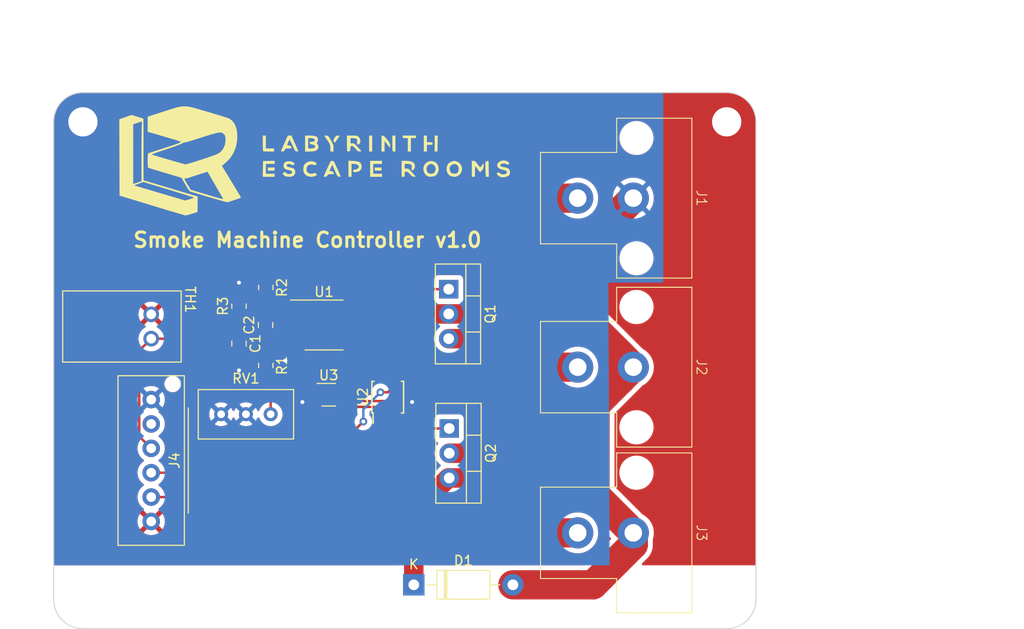
<source format=kicad_pcb>
(kicad_pcb (version 20221018) (generator pcbnew)
  (layers (0 "F.Cu" signal) (31 "B.Cu" signal) (34 "B.Paste" user) (35 "F.Paste" user) (36 "B.SilkS" user "B.Silkscreen") (37 "F.SilkS" user "F.Silkscreen") (38 "B.Mask" user) (39 "F.Mask" user) (44 "Edge.Cuts" user))
  (net 0 "")
  (net 1 "12V")
  (net 2 "GND")
  (net 3 "Net-(J2-Pin_1)")
  (net 4 "Net-(D1-K)")
  (net 5 "Net-(Q1-G)")
  (net 6 "Net-(Q2-G)")
  (net 7 "REF")
  (net 8 "Net-(R1-Pad2)")
  (net 9 "5V")
  (net 10 "Net-(U1A--)")
  (net 12 "Net-(U1-Pad1)")
  (net 13 "EE")
  (net 14 "Net-(U2-Pad5)")
  (net 15 "ME")
  (footprint "Package_SO:SOIC-8_3.9x4.9mm_P1.27mm" (layer "F.Cu") (at 62.725 58.845)
    (fp_text reference "U1" (at 0 -3.4) (layer "F.SilkS"))
    (fp_text value "LM393")
    (pad "1" smd roundrect (at -2.475 -1.905) (size 1.95 0.6) (layers "F.Cu" "F.Paste" "F.Mask") (net 12 "Net-(U1-Pad1)"))
    (pad "2" smd roundrect (at -2.475 -0.635) (size 1.95 0.6) (layers "F.Cu" "F.Paste" "F.Mask") (net 10 "Net-(U1A--)"))
    (pad "3" smd roundrect (at -2.475 0.635) (size 1.95 0.6) (layers "F.Cu" "F.Paste" "F.Mask") (net 7 "REF"))
    (pad "4" smd roundrect (at -2.475 1.905) (size 1.95 0.6) (layers "F.Cu" "F.Paste" "F.Mask") (net 2 "GND"))
    (pad "5" smd roundrect (at 2.475 1.905) (size 1.95 0.6) (layers "F.Cu" "F.Paste" "F.Mask"))
    (pad "6" smd roundrect (at 2.475 0.635) (size 1.95 0.6) (layers "F.Cu" "F.Paste" "F.Mask"))
    (pad "7" smd roundrect (at 2.475 -0.635) (size 1.95 0.6) (layers "F.Cu" "F.Paste" "F.Mask"))
    (pad "8" smd roundrect (at 2.475 -1.905) (size 1.95 0.6) (layers "F.Cu" "F.Paste" "F.Mask") (net 9 "5V"))
  )
  (footprint "footprint:mounting_hole_3mm" (layer "F.Cu") (at 104 87)
    (fp_text reference "REF**" hide)
    (fp_text value "mounting_hole_3mm")
    (pad "" np_thru_hole circle (at 0 0) (size 3 3) (drill 3) (layers "*.Cu" "*.Mask"))
  )
  (footprint "Package_TO_SOT_THT:TO-220-3_Vertical" (layer "F.Cu") (at 75.555 69.46 -90)
    (fp_text reference "Q2" (at 2.54 -4.27 90) (layer "F.SilkS"))
    (fp_text value "G30N02T")
    (pad "1" thru_hole rect (at 0 0 270) (size 1.905 2) (drill 1.1) (layers "*.Cu" "*.Mask") (net 6 "Net-(Q2-G)"))
    (pad "2" thru_hole oval (at 2.54 0 270) (size 1.905 2) (drill 1.1) (layers "*.Cu" "*.Mask") (net 1 "12V"))
    (pad "3" thru_hole oval (at 5.08 0 270) (size 1.905 2) (drill 1.1) (layers "*.Cu" "*.Mask") (net 4 "Net-(D1-K)"))
  )
  (footprint "footprint:logo" (layer "F.Cu") (at 63 42)
    (fp_text reference "G***" hide)
    (fp_text value "LOGO" hide)
  )
  (footprint "footprint:mega-fit-1x2" (layer "F.Cu") (at 94.425 63.17 -90)
    (fp_text reference "J2" (at 0 -7 -90 unlocked) (layer "F.SilkS") (effects (font (thickness 0.1))))
    (fp_text value "Conn_01x02")
    (pad "" np_thru_hole circle (at -6.17 -0.325 270) (size 3 3) (drill 3) (layers "F&B.Cu" "*.Mask"))
    (pad "" np_thru_hole circle (at 6.17 -0.325 270) (size 3 3) (drill 3) (layers "F&B.Cu" "*.Mask"))
    (pad "1" thru_hole circle (at 0 5.7 270) (size 3.2 3.2) (drill 1.8) (layers "*.Cu" "*.Mask") (net 3 "Net-(J2-Pin_1)"))
    (pad "2" thru_hole circle (at 0 0 270) (size 3.2 3.2) (drill 1.8) (layers "*.Cu" "*.Mask") (net 2 "GND"))
  )
  (footprint "footprint:mega-fit-1x2" (layer "F.Cu") (at 94.425 80.17 -90)
    (fp_text reference "J3" (at 0 -7 -90 unlocked) (layer "F.SilkS") (effects (font (thickness 0.1))))
    (fp_text value "Conn_01x02")
    (pad "" np_thru_hole circle (at -6.17 -0.325 270) (size 3 3) (drill 3) (layers "F&B.Cu" "*.Mask"))
    (pad "" np_thru_hole circle (at 6.17 -0.325 270) (size 3 3) (drill 3) (layers "F&B.Cu" "*.Mask"))
    (pad "1" thru_hole circle (at 0 5.7 270) (size 3.2 3.2) (drill 1.8) (layers "*.Cu" "*.Mask") (net 4 "Net-(D1-K)"))
    (pad "2" thru_hole circle (at 0 0 270) (size 3.2 3.2) (drill 1.8) (layers "*.Cu" "*.Mask") (net 2 "GND"))
  )
  (footprint "footprint:mega-fit-1x2" (layer "F.Cu") (at 94.425 45.83 -90)
    (fp_text reference "J1" (at 0 -7 -90 unlocked) (layer "F.SilkS") (effects (font (thickness 0.1))))
    (fp_text value "Barrel_Jack")
    (pad "" np_thru_hole circle (at -6.17 -0.325 270) (size 3 3) (drill 3) (layers "F&B.Cu" "*.Mask"))
    (pad "" np_thru_hole circle (at 6.17 -0.325 270) (size 3 3) (drill 3) (layers "F&B.Cu" "*.Mask"))
    (pad "1" thru_hole circle (at 0 5.7 270) (size 3.2 3.2) (drill 1.8) (layers "*.Cu" "*.Mask") (net 1 "12V"))
    (pad "2" thru_hole circle (at 0 0 270) (size 3.2 3.2) (drill 1.8) (layers "*.Cu" "*.Mask") (net 2 "GND"))
  )
  (footprint "footprint:mini-lock-2x1" (layer "F.Cu") (at 45 59 -90)
    (fp_text reference "TH1" (at -2.75 -4 -90 unlocked) (layer "F.SilkS"))
    (fp_text value "1k->2.2k")
    (pad "1" thru_hole circle (at -1.25 0 270) (size 1.6 1.6) (drill 1) (layers "*.Cu" "*.Mask") (net 9 "5V"))
    (pad "2" thru_hole circle (at 1.25 0 270) (size 1.6 1.6) (drill 1) (layers "*.Cu" "*.Mask") (net 7 "REF"))
  )
  (footprint "Package_TO_SOT_THT:TO-220-3_Vertical" (layer "F.Cu") (at 75.5 55.17 -90)
    (fp_text reference "Q1" (at 2.54 -4.27 90) (layer "F.SilkS"))
    (fp_text value "G30N02T")
    (pad "1" thru_hole rect (at 0 0 270) (size 1.905 2) (drill 1.1) (layers "*.Cu" "*.Mask") (net 5 "Net-(Q1-G)"))
    (pad "2" thru_hole oval (at 2.54 0 270) (size 1.905 2) (drill 1.1) (layers "*.Cu" "*.Mask") (net 1 "12V"))
    (pad "3" thru_hole oval (at 5.08 0 270) (size 1.905 2) (drill 1.1) (layers "*.Cu" "*.Mask") (net 3 "Net-(J2-Pin_1)"))
  )
  (footprint "Resistor_SMD:R_0805_2012Metric" (layer "F.Cu") (at 54 56.9125 90)
    (fp_text reference "R3" (at 0 -1.65 90) (layer "F.SilkS"))
    (fp_text value "1k")
    (pad "1" smd roundrect (at -0.9125 0 90) (size 1.025 1.4) (layers "F.Cu" "F.Paste" "F.Mask") (roundrect_rratio 0.243902) (net 10 "Net-(U1A--)"))
    (pad "2" smd roundrect (at 0.9125 0 90) (size 1.025 1.4) (layers "F.Cu" "F.Paste" "F.Mask") (roundrect_rratio 0.243902) (net 2 "GND"))
  )
  (footprint "Package_SO:TSSOP-8_3x3mm_P0.65mm" (layer "F.Cu") (at 69.25 66.25 90)
    (fp_text reference "U2" (at 0 -2.55 90) (layer "F.SilkS"))
    (fp_text value "74HCT2G08DP,125")
    (pad "1" smd rect (at -2.15 -0.975 90) (size 1.1 0.4) (layers "F.Cu" "F.Paste" "F.Mask") (net 12 "Net-(U1-Pad1)"))
    (pad "2" smd rect (at -2.15 -0.325 90) (size 1.1 0.4) (layers "F.Cu" "F.Paste" "F.Mask") (net 13 "EE"))
    (pad "3" smd rect (at -2.15 0.325 90) (size 1.1 0.4) (layers "F.Cu" "F.Paste" "F.Mask") (net 6 "Net-(Q2-G)"))
    (pad "4" smd rect (at -2.15 0.975 90) (size 1.1 0.4) (layers "F.Cu" "F.Paste" "F.Mask") (net 2 "GND"))
    (pad "5" smd rect (at 2.15 0.975 90) (size 1.1 0.4) (layers "F.Cu" "F.Paste" "F.Mask") (net 14 "Net-(U2-Pad5)"))
    (pad "6" smd rect (at 2.15 0.325 90) (size 1.1 0.4) (layers "F.Cu" "F.Paste" "F.Mask") (net 15 "ME"))
    (pad "7" smd rect (at 2.15 -0.325 90) (size 1.1 0.4) (layers "F.Cu" "F.Paste" "F.Mask") (net 5 "Net-(Q1-G)"))
    (pad "8" smd rect (at 2.15 -0.975 90) (size 1.1 0.4) (layers "F.Cu" "F.Paste" "F.Mask") (net 9 "5V"))
  )
  (footprint "Capacitor_SMD:C_0805_2012Metric" (layer "F.Cu") (at 56.725 58.845 90)
    (fp_text reference "C2" (at 0 -1.68 90) (layer "F.SilkS"))
    (fp_text value "0.1u")
    (pad "1" smd roundrect (at -0.95 0 90) (size 1 1.45) (layers "F.Cu" "F.Paste" "F.Mask") (net 7 "REF"))
    (pad "2" smd roundrect (at 0.95 0 90) (size 1 1.45) (layers "F.Cu" "F.Paste" "F.Mask") (net 10 "Net-(U1A--)"))
  )
  (footprint "Resistor_SMD:R_0805_2012Metric" (layer "F.Cu") (at 56.75 63 -90)
    (fp_text reference "R1" (at 0 -1.65 90) (layer "F.SilkS"))
    (fp_text value "1.1k")
    (pad "1" smd roundrect (at -0.9125 0 270) (size 1.025 1.4) (layers "F.Cu" "F.Paste" "F.Mask") (roundrect_rratio 0.243902) (net 7 "REF"))
    (pad "2" smd roundrect (at 0.9125 0 270) (size 1.025 1.4) (layers "F.Cu" "F.Paste" "F.Mask") (roundrect_rratio 0.243902) (net 8 "Net-(R1-Pad2)"))
  )
  (footprint "footprint:mounting_hole_3mm" (layer "F.Cu") (at 38 87)
    (fp_text reference "REF**" hide)
    (fp_text value "mounting_hole_3mm")
    (pad "" np_thru_hole circle (at 0 0) (size 3 3) (drill 3) (layers "F&B.Cu" "*.Mask"))
  )
  (footprint "footprint:mounting_hole_3mm" (layer "F.Cu") (at 38 38)
    (fp_text reference "REF**" hide)
    (fp_text value "mounting_hole_3mm")
    (pad "" np_thru_hole circle (at 0 0) (size 3 3) (drill 3) (layers "*.Cu" "*.Mask"))
  )
  (footprint "Capacitor_SMD:C_0805_2012Metric" (layer "F.Cu") (at 54 60.75 -90)
    (fp_text reference "C1" (at 0 -1.68 90) (layer "F.SilkS"))
    (fp_text value "0.1u")
    (pad "1" smd roundrect (at -0.95 0 270) (size 1 1.45) (layers "F.Cu" "F.Paste" "F.Mask") (net 7 "REF"))
    (pad "2" smd roundrect (at 0.95 0 270) (size 1 1.45) (layers "F.Cu" "F.Paste" "F.Mask") (net 2 "GND"))
  )
  (footprint "Package_TO_SOT_SMD:SOT-353_SC-70-5" (layer "F.Cu") (at 63.2 66)
    (fp_text reference "U3" (at 0 -2) (layer "F.SilkS"))
    (fp_text value "74AHCT1G14SE-7")
    (pad "1" smd rect (at -0.95 -0.65) (size 0.65 0.4) (layers "F.Cu" "F.Paste" "F.Mask"))
    (pad "2" smd rect (at -0.95 0) (size 0.65 0.4) (layers "F.Cu" "F.Paste" "F.Mask") (net 12 "Net-(U1-Pad1)"))
    (pad "3" smd rect (at -0.95 0.65) (size 0.65 0.4) (layers "F.Cu" "F.Paste" "F.Mask") (net 2 "GND"))
    (pad "4" smd rect (at 0.95 0.65) (size 0.65 0.4) (layers "F.Cu" "F.Paste" "F.Mask") (net 14 "Net-(U2-Pad5)"))
    (pad "5" smd rect (at 0.95 -0.65) (size 0.65 0.4) (layers "F.Cu" "F.Paste" "F.Mask") (net 9 "5V"))
  )
  (footprint "footprint:mini-lock-6x1-vert" (layer "F.Cu") (at 45 72.75 90)
    (fp_text reference "J4" (at 0 2.4 90 unlocked) (layer "F.SilkS"))
    (fp_text value "Conn_01x06")
    (pad "" np_thru_hole circle (at 7.85 2.2 90) (size 1.2 1.2) (drill 1.2) (layers "F&B.Cu" "*.Mask"))
    (pad "1" thru_hole circle (at -6.25 0 90) (size 1.8 1.8) (drill 1) (layers "*.Cu" "*.Mask") (net 9 "5V"))
    (pad "2" thru_hole circle (at -3.75 0 90) (size 1.8 1.8) (drill 1) (layers "*.Cu" "*.Mask") (net 13 "EE"))
    (pad "3" thru_hole circle (at -1.25 0 90) (size 1.8 1.8) (drill 1) (layers "*.Cu" "*.Mask") (net 15 "ME"))
    (pad "4" thru_hole circle (at 1.25 0 90) (size 1.8 1.8) (drill 1) (layers "*.Cu" "*.Mask") (net 7 "REF"))
    (pad "5" thru_hole circle (at 3.75 0 90) (size 1.8 1.8) (drill 1) (layers "*.Cu" "*.Mask"))
    (pad "6" thru_hole circle (at 6.25 0 90) (size 1.8 1.8) (drill 1) (layers "*.Cu" "*.Mask") (net 2 "GND"))
  )
  (footprint "footprint:mounting_hole_3mm" (layer "F.Cu") (at 104 38)
    (fp_text reference "REF**" hide)
    (fp_text value "mounting_hole_3mm")
    (pad "" np_thru_hole circle (at 0 0) (size 3 3) (drill 3) (layers "*.Cu" "*.Mask"))
  )
  (footprint "Diode_THT:D_DO-41_SOD81_P10.16mm_Horizontal" (layer "F.Cu") (at 71.92 85.5)
    (fp_text reference "D1" (at 5.08 -2.47) (layer "F.SilkS"))
    (fp_text value "1N4004")
    (fp_text user "K" (at 0 -2.1) (layer "F.SilkS"))
    (pad "1" thru_hole rect (at 0 0) (size 2.2 2.2) (drill 1.1) (layers "*.Cu" "*.Mask") (net 4 "Net-(D1-K)"))
    (pad "2" thru_hole oval (at 10.16 0) (size 2.2 2.2) (drill 1.1) (layers "*.Cu" "*.Mask") (net 2 "GND"))
  )
  (footprint "Potentiometer_THT:Potentiometer_Bourns_3296W_Vertical" (layer "F.Cu") (at 57.25 68)
    (fp_text reference "RV1" (at -2.54 -3.66) (layer "F.SilkS"))
    (fp_text value "1k")
    (pad "1" thru_hole circle (at 0 0) (size 1.44 1.44) (drill 0.8) (layers "*.Cu" "*.Mask") (net 8 "Net-(R1-Pad2)"))
    (pad "2" thru_hole circle (at -2.54 0) (size 1.44 1.44) (drill 0.8) (layers "*.Cu" "*.Mask") (net 2 "GND"))
    (pad "3" thru_hole circle (at -5.08 0) (size 1.44 1.44) (drill 0.8) (layers "*.Cu" "*.Mask") (net 2 "GND"))
  )
  (footprint "Resistor_SMD:R_0805_2012Metric" (layer "F.Cu") (at 56.75 55 -90)
    (fp_text reference "R2" (at 0 -1.65 90) (layer "F.SilkS"))
    (fp_text value "1k")
    (pad "1" smd roundrect (at -0.9125 0 270) (size 1.025 1.4) (layers "F.Cu" "F.Paste" "F.Mask") (roundrect_rratio 0.243902) (net 9 "5V"))
    (pad "2" smd roundrect (at 0.9125 0 270) (size 1.025 1.4) (layers "F.Cu" "F.Paste" "F.Mask") (roundrect_rratio 0.243902) (net 10 "Net-(U1A--)"))
  )
  (gr_arc (start 35 38) (mid 35.87868 35.87868) (end 38 35) (stroke (width 0.1)) (layer "Edge.Cuts"))
  (gr_line (start 107 38) (end 107 87) (stroke (width 0.1)) (layer "Edge.Cuts"))
  (gr_line (start 104 90) (end 38 90) (stroke (width 0.1)) (layer "Edge.Cuts"))
  (gr_arc (start 107 87) (mid 106.12132 89.12132) (end 104 90) (stroke (width 0.1)) (layer "Edge.Cuts"))
  (gr_arc (start 104 35) (mid 106.12132 35.87868) (end 107 38) (stroke (width 0.1)) (layer "Edge.Cuts"))
  (gr_line (start 104 35) (end 38 35) (stroke (width 0.1)) (layer "Edge.Cuts"))
  (gr_arc (start 38 90) (mid 35.87868 89.12132) (end 35 87) (stroke (width 0.1)) (layer "Edge.Cuts"))
  (gr_line (start 35 87) (end 35 38) (stroke (width 0.1)) (layer "Edge.Cuts"))
  (gr_text "Smoke Machine Controller v1.0" (at 43 51) (layer "F.SilkS") (effects (font (size 1.5 1.5) (thickness 0.3) bold) (justify left bottom)))
  (segment (start 77.75 65) (end 80.25 67.5) (width 3) (layer "F.Cu") (net 1))
  (segment (start 80.5 56) (end 82.5 54) (width 3) (layer "F.Cu") (net 1))
  (segment (start 75.555 72) (end 78 72) (width 2) (layer "F.Cu") (net 1))
  (segment (start 79 71) (end 79.75 70.25) (width 2) (layer "F.Cu") (net 1))
  (segment (start 72.25 62.5) (end 72.25 61.2) (width 3) (layer "F.Cu") (net 1))
  (segment (start 86.42 45.83) (end 88.725 45.83) (width 3) (layer "F.Cu") (net 1))
  (segment (start 73.675 63.925) (end 72.25 62.5) (width 3) (layer "F.Cu") (net 1))
  (segment (start 78 72) (end 79 71) (width 2) (layer "F.Cu") (net 1))
  (segment (start 75.5 57.71) (end 74.04 57.71) (width 2) (layer "F.Cu") (net 1))
  (segment (start 82.5 54) (end 82.5 49.75) (width 3) (layer "F.Cu") (net 1))
  (segment (start 75.5 57.71) (end 77.25 57.71) (width 2) (layer "F.Cu") (net 1))
  (segment (start 77.25 57.71) (end 78.79 57.71) (width 2) (layer "F.Cu") (net 1))
  (segment (start 74.04 57.71) (end 72.25 59.5) (width 2) (layer "F.Cu") (net 1))
  (segment (start 80.25 69.75) (end 79.75 70.25) (width 3) (layer "F.Cu") (net 1))
  (segment (start 80.25 67.5) (end 80.25 69.75) (width 3) (layer "F.Cu") (net 1))
  (segment (start 78.79 57.71) (end 80.5 56) (width 2) (layer "F.Cu") (net 1))
  (segment (start 72.25 59.5) (end 72.25 61.2) (width 2) (layer "F.Cu") (net 1))
  (segment (start 82.5 49.75) (end 86.42 45.83) (width 3) (layer "F.Cu") (net 1))
  (segment (start 74.75 65) (end 77.75 65) (width 3) (layer "F.Cu") (net 1))
  (segment (start 73.675 63.925) (end 74.75 65) (width 3) (layer "F.Cu") (net 1))
  (segment (start 94.425 81.3725) (end 90.2975 85.5) (width 3) (layer "F.Cu") (net 2))
  (segment (start 54 61.7) (end 54 63.5) (width 0.25) (layer "F.Cu") (net 2))
  (segment (start 92.7775 61.5225) (end 94.425 63.17) (width 3) (layer "F.Cu") (net 2))
  (segment (start 94.425 80.17) (end 94.425 81.3725) (width 3) (layer "F.Cu") (net 2))
  (segment (start 62.25 66.65) (end 60.6 66.65) (width 0.25) (layer "F.Cu") (net 2))
  (segment (start 89.5 50.755) (end 89.5 58.245) (width 3) (layer "F.Cu") (net 2))
  (segment (start 94.425 45.83) (end 89.5 50.755) (width 3) (layer "F.Cu") (net 2))
  (segment (start 60.6 66.65) (end 60.5 66.75) (width 0.25) (layer "F.Cu") (net 2))
  (segment (start 93.1475 64.4475) (end 90.5 67.095) (width 3) (layer "F.Cu") (net 2))
  (segment (start 60.25 60.75) (end 59.25 60.75) (width 0.25) (layer "F.Cu") (net 2))
  (segment (start 90.2975 85.5) (end 82.08 85.5) (width 3) (layer "F.Cu") (net 2))
  (segment (start 70.5 67) (end 70.75 66.75) (width 0.25) (layer "F.Cu") (net 2))
  (segment (start 90.5 67.095) (end 90.5 76.245) (width 3) (layer "F.Cu") (net 2))
  (segment (start 59.25 60.75) (end 59 61) (width 0.25) (layer "F.Cu") (net 2))
  (segment (start 70.225 67.275) (end 70.5 67) (width 0.25) (layer "F.Cu") (net 2))
  (segment (start 54 56) (end 54 54.5) (width 0.25) (layer "F.Cu") (net 2))
  (segment (start 90.5 76.245) (end 94.425 80.17) (width 3) (layer "F.Cu") (net 2))
  (segment (start 93.1475 61.8925) (end 93.1475 64.4475) (width 3) (layer "F.Cu") (net 2))
  (segment (start 70.225 68.4) (end 70.225 67.275) (width 0.25) (layer "F.Cu") (net 2))
  (segment (start 94.425 63.17) (end 93.1475 64.4475) (width 3) (layer "F.Cu") (net 2))
  (segment (start 58.75 61.25) (end 58.75 62.5) (width 0.25) (layer "F.Cu") (net 2))
  (segment (start 70.75 66.75) (end 71.75 66.75) (width 0.25) (layer "F.Cu") (net 2))
  (segment (start 89.5 58.245) (end 92.7775 61.5225) (width 3) (layer "F.Cu") (net 2))
  (segment (start 59 61) (end 58.75 61.25) (width 0.25) (layer "F.Cu") (net 2))
  (segment (start 92.7775 61.5225) (end 93.1475 61.8925) (width 3) (layer "F.Cu") (net 2))
  (via (at 58.75 62.5) (size 0.8) (drill 0.4) (layers "F.Cu" "B.Cu") (net 2))
  (via (at 54 63.5) (size 0.8) (drill 0.4) (layers "F.Cu" "B.Cu") (net 2))
  (via (at 60.5 66.75) (size 0.8) (drill 0.4) (layers "F.Cu" "B.Cu") (net 2))
  (via (at 71.75 66.75) (size 0.8) (drill 0.4) (layers "F.Cu" "B.Cu") (net 2))
  (via (at 54 54.5) (size 0.8) (drill 0.4) (layers "F.Cu" "B.Cu") (net 2))
  (segment (start 82.875 61.875) (end 84.17 63.17) (width 3) (layer "F.Cu") (net 3))
  (segment (start 81.25 60.25) (end 82.875 61.875) (width 2) (layer "F.Cu") (net 3))
  (segment (start 84.17 63.17) (end 88.725 63.17) (width 3) (layer "F.Cu") (net 3))
  (segment (start 75.5 60.25) (end 81.25 60.25) (width 2) (layer "F.Cu") (net 3))
  (segment (start 75.555 74.54) (end 75.46 74.54) (width 2) (layer "F.Cu") (net 4))
  (segment (start 88.725 80.17) (end 84.92 80.17) (width 3) (layer "F.Cu") (net 4))
  (segment (start 79.29 74.54) (end 81.875 77.125) (width 2) (layer "F.Cu") (net 4))
  (segment (start 71.92 78.08) (end 71.92 85.5) (width 2) (layer "F.Cu") (net 4))
  (segment (start 79.29 74.54) (end 75.555 74.54) (width 2) (layer "F.Cu") (net 4))
  (segment (start 84.92 80.17) (end 81.875 77.125) (width 3) (layer "F.Cu") (net 4))
  (segment (start 75.46 74.54) (end 71.92 78.08) (width 2) (layer "F.Cu") (net 4))
  (segment (start 71.83 55.17) (end 75.5 55.17) (width 0.25) (layer "F.Cu") (net 5))
  (segment (start 68.925 58.075) (end 71.83 55.17) (width 0.25) (layer "F.Cu") (net 5))
  (segment (start 68.925 64.1) (end 68.925 58.075) (width 0.25) (layer "F.Cu") (net 5))
  (segment (start 70 70.25) (end 72 70.25) (width 0.25) (layer "F.Cu") (net 6))
  (segment (start 69.575 69.825) (end 70 70.25) (width 0.25) (layer "F.Cu") (net 6))
  (segment (start 72 70.25) (end 72.79 69.46) (width 0.25) (layer "F.Cu") (net 6))
  (segment (start 72.79 69.46) (end 75.555 69.46) (width 0.25) (layer "F.Cu") (net 6))
  (segment (start 69.575 68.4) (end 69.575 69.825) (width 0.25) (layer "F.Cu") (net 6))
  (segment (start 56.725 59.795) (end 54.005 59.795) (width 0.25) (layer "F.Cu") (net 7))
  (segment (start 43.775 70.275) (end 45 71.5) (width 0.25) (layer "F.Cu") (net 7))
  (segment (start 49.5 60.25) (end 45 60.25) (width 0.25) (layer "F.Cu") (net 7))
  (segment (start 45 60.25) (end 43.775 61.475) (width 0.25) (layer "F.Cu") (net 7))
  (segment (start 56.725 59.795) (end 56.725 62.0625) (width 0.25) (layer "F.Cu") (net 7))
  (segment (start 43.775 61.475) (end 43.775 70.275) (width 0.25) (layer "F.Cu") (net 7))
  (segment (start 54 59.8) (end 49.95 59.8) (width 0.25) (layer "F.Cu") (net 7))
  (segment (start 49.95 59.8) (end 49.5 60.25) (width 0.25) (layer "F.Cu") (net 7))
  (segment (start 56.725 62.0625) (end 56.75 62.0875) (width 0.25) (layer "F.Cu") (net 7))
  (segment (start 58.59 59.48) (end 58.275 59.795) (width 0.25) (layer "F.Cu") (net 7))
  (segment (start 58.275 59.795) (end 56.725 59.795) (width 0.25) (layer "F.Cu") (net 7))
  (segment (start 60.25 59.48) (end 58.59 59.48) (width 0.25) (layer "F.Cu") (net 7))
  (segment (start 54.005 59.795) (end 54 59.8) (width 0.25) (layer "F.Cu") (net 7))
  (segment (start 57.25 66) (end 57.25 68) (width 0.25) (layer "F.Cu") (net 8))
  (segment (start 56.75 63.9125) (end 56.75 65.5) (width 0.25) (layer "F.Cu") (net 8))
  (segment (start 56.75 65.5) (end 57.25 66) (width 0.25) (layer "F.Cu") (net 8))
  (segment (start 68.275 64.1) (end 68.275 62.275) (width 0.25) (layer "F.Cu") (net 9))
  (segment (start 58.275 57.895) (end 56.725 57.895) (width 0.25) (layer "F.Cu") (net 10))
  (segment (start 56.725 55.9375) (end 56.75 55.9125) (width 0.25) (layer "F.Cu") (net 10))
  (segment (start 56.725 57.895) (end 56.725 55.9375) (width 0.25) (layer "F.Cu") (net 10))
  (segment (start 54.07 57.895) (end 54 57.825) (width 0.25) (layer "F.Cu") (net 10))
  (segment (start 56.725 57.895) (end 54.07 57.895) (width 0.25) (layer "F.Cu") (net 10))
  (segment (start 58.59 58.21) (end 58.275 57.895) (width 0.25) (layer "F.Cu") (net 10))
  (segment (start 60.25 58.21) (end 58.59 58.21) (width 0.25) (layer "F.Cu") (net 10))
  (segment (start 62.25 66) (end 61.5 66) (width 0.25) (layer "F.Cu") (net 12))
  (segment (start 68.275 67.525) (end 68 67.25) (width 0.25) (layer "F.Cu") (net 12))
  (segment (start 68.275 68.4) (end 68.275 67.525) (width 0.25) (layer "F.Cu") (net 12))
  (segment (start 61 65.5) (end 61 63) (width 0.25) (layer "F.Cu") (net 12))
  (segment (start 62 57.5) (end 61.44 56.94) (width 0.25) (layer "F.Cu") (net 12))
  (segment (start 63.5 67.25) (end 63.25 67) (width 0.25) (layer "F.Cu") (net 12))
  (segment (start 61 63) (end 62 62) (width 0.25) (layer "F.Cu") (net 12))
  (segment (start 63.25 66.475) (end 62.775 66) (width 0.25) (layer "F.Cu") (net 12))
  (segment (start 61.5 66) (end 61 65.5) (width 0.25) (layer "F.Cu") (net 12))
  (segment (start 62.775 66) (end 62.25 66) (width 0.25) (layer "F.Cu") (net 12))
  (segment (start 62 62) (end 62 57.5) (width 0.25) (layer "F.Cu") (net 12))
  (segment (start 61.44 56.94) (end 60.25 56.94) (width 0.25) (layer "F.Cu") (net 12))
  (segment (start 68 67.25) (end 63.5 67.25) (width 0.25) (layer "F.Cu") (net 12))
  (segment (start 63.25 67) (end 63.25 66.475) (width 0.25) (layer "F.Cu") (net 12))
  (segment (start 68.925 69.2) (end 61.625 76.5) (width 0.25) (layer "F.Cu") (net 13))
  (segment (start 68.925 68.4) (end 68.925 69.2) (width 0.25) (layer "F.Cu") (net 13))
  (segment (start 61.625 76.5) (end 45 76.5) (width 0.25) (layer "F.Cu") (net 13))
  (segment (start 64.15 66.65) (end 69.35 66.65) (width 0.25) (layer "F.Cu") (net 14))
  (segment (start 70.225 65.775) (end 70.225 64.1) (width 0.25) (layer "F.Cu") (net 14))
  (segment (start 69.35 66.65) (end 70.225 65.775) (width 0.25) (layer "F.Cu") (net 14))
  (segment (start 69.25 65.75) (end 69.575 65.425) (width 0.25) (layer "F.Cu") (net 15))
  (segment (start 61.5 74) (end 45 74) (width 0.25) (layer "F.Cu") (net 15))
  (segment (start 68.5 65.75) (end 69.25 65.75) (width 0.25) (layer "F.Cu") (net 15))
  (segment (start 69.575 65.425) (end 69.575 64.1) (width 0.25) (layer "F.Cu") (net 15))
  (segment (start 66.75 68.75) (end 61.5 74) (width 0.25) (layer "F.Cu") (net 15))
  (via (at 68.5 65.75) (size 0.8) (drill 0.4) (layers "F.Cu" "B.Cu") (net 15))
  (via (at 66.75 68.75) (size 0.8) (drill 0.4) (layers "F.Cu" "B.Cu") (net 15))
  (segment (start 66.75 68.75) (end 66.75 67.5) (width 0.25) (layer "B.Cu") (net 15))
  (segment (start 66.75 67.5) (end 68.5 65.75) (width 0.25) (layer "B.Cu") (net 15))
  (zone (net 9) (net_name "5V") (layer "F.Cu") (connect_pads (clearance 0.5)) (min_thickness 0.25) (fill yes (thermal_gap 0.5) (thermal_bridge_width 0.5) (island_removal_mode 2) (island_area_min 10))
    (polygon (pts (xy 31 25.5) (xy 32 83.5) (xy 134.5 83.5) (xy 133.5 25.5)))
  )
  (zone (net 2) (net_name "GND") (layer "B.Cu") (connect_pads (clearance 0.5)) (min_thickness 0.25) (fill yes (thermal_gap 0.5) (thermal_bridge_width 0.5))
    (polygon (pts (xy 29.5 25.5) (xy 30 83.5) (xy 92 83.5) (xy 91.875 54.5) (xy 97.5 54.5) (xy 97.5 25.5)))
  )
)
</source>
